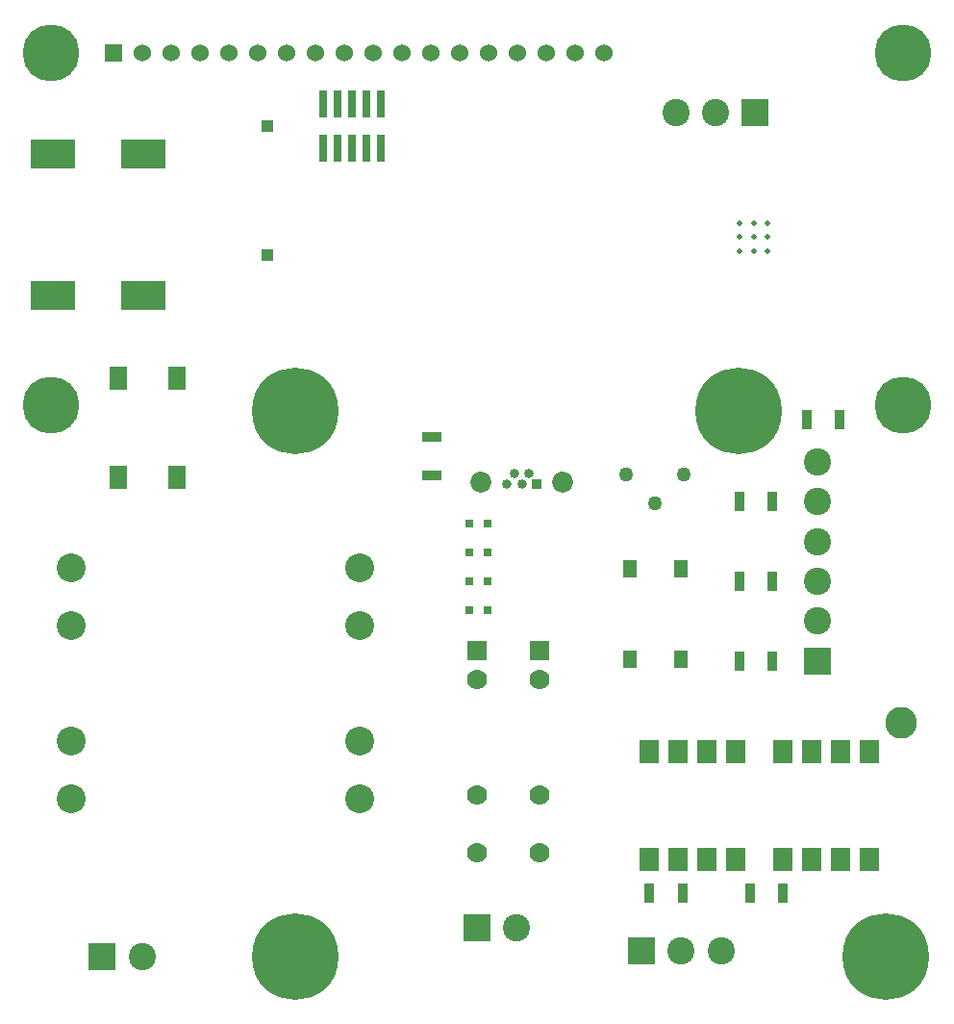
<source format=gts>
G04 #@! TF.GenerationSoftware,KiCad,Pcbnew,(5.0.0-rc2-dev-640-gbf135b0)*
G04 #@! TF.CreationDate,2018-05-13T18:52:19-05:00*
G04 #@! TF.ProjectId,WiFi-Septic-Controller,576946692D5365707469632D436F6E74,rev?*
G04 #@! TF.SameCoordinates,Original*
G04 #@! TF.FileFunction,Soldermask,Top*
G04 #@! TF.FilePolarity,Negative*
%FSLAX46Y46*%
G04 Gerber Fmt 4.6, Leading zero omitted, Abs format (unit mm)*
G04 Created by KiCad (PCBNEW (5.0.0-rc2-dev-640-gbf135b0)) date Sunday, May 13, 2018 at 06:52:19 PM*
%MOMM*%
%LPD*%
G01*
G04 APERTURE LIST*
%ADD10R,1.000000X1.000000*%
%ADD11R,1.524000X1.524000*%
%ADD12C,5.000000*%
%ADD13C,1.524000*%
%ADD14R,1.300000X1.550000*%
%ADD15C,1.260000*%
%ADD16C,7.620000*%
%ADD17C,0.500000*%
%ADD18R,4.000000X2.500000*%
%ADD19R,1.500000X2.000000*%
%ADD20C,1.850000*%
%ADD21C,0.840000*%
%ADD22R,0.840000X0.840000*%
%ADD23R,0.740000X2.400000*%
%ADD24R,1.700000X0.900000*%
%ADD25C,2.540000*%
%ADD26R,1.780000X2.000000*%
%ADD27R,2.400000X2.400000*%
%ADD28C,2.400000*%
%ADD29C,1.778000*%
%ADD30R,1.778000X1.778000*%
%ADD31R,0.800000X0.800000*%
%ADD32R,0.900000X1.700000*%
%ADD33C,2.800000*%
G04 APERTURE END LIST*
D10*
X51500000Y-50292000D03*
X51500000Y-39000000D03*
D11*
X38000000Y-32500000D03*
D12*
X32500000Y-32500000D03*
X107500000Y-32500000D03*
X32500000Y-63500000D03*
X107500000Y-63500000D03*
D13*
X40540000Y-32500000D03*
X43080000Y-32500000D03*
X45620000Y-32500000D03*
X48160000Y-32500000D03*
X50700000Y-32500000D03*
X53240000Y-32500000D03*
X55780000Y-32500000D03*
X58320000Y-32500000D03*
X60860000Y-32500000D03*
X63400000Y-32500000D03*
X65940000Y-32500000D03*
X68480000Y-32500000D03*
X71020000Y-32500000D03*
X73560000Y-32500000D03*
X76100000Y-32500000D03*
X78640000Y-32500000D03*
X81180000Y-32500000D03*
D14*
X83475000Y-85895000D03*
X87975000Y-85895000D03*
X87975000Y-77935000D03*
X83475000Y-77935000D03*
D15*
X88225000Y-69580000D03*
X85685000Y-72120000D03*
X83145000Y-69580000D03*
D16*
X93000000Y-64000000D03*
X54000000Y-64000000D03*
X106000000Y-112000000D03*
X54000000Y-112000000D03*
D17*
X94350000Y-48735000D03*
X94350000Y-49935000D03*
X94350000Y-47535000D03*
X95550000Y-49935000D03*
X95550000Y-48735000D03*
X95550000Y-47535000D03*
X93150000Y-49935000D03*
X93150000Y-48735000D03*
X93150000Y-47535000D03*
D18*
X32620357Y-53899169D03*
X40620357Y-53899169D03*
X40620357Y-41399169D03*
X32620357Y-41399169D03*
D19*
X43550000Y-69870000D03*
X38450000Y-69870000D03*
X38450000Y-61130000D03*
X43550000Y-61130000D03*
D20*
X70375000Y-70280000D03*
X77525000Y-70280000D03*
D21*
X72650000Y-70500000D03*
X73300000Y-69500000D03*
X73950000Y-70500000D03*
X74600000Y-69500000D03*
D22*
X75250000Y-70500000D03*
D23*
X56460000Y-40950000D03*
X56460000Y-37050000D03*
X57730000Y-40950000D03*
X57730000Y-37050000D03*
X59000000Y-40950000D03*
X59000000Y-37050000D03*
X60270000Y-40950000D03*
X60270000Y-37050000D03*
X61540000Y-40950000D03*
X61540000Y-37050000D03*
D24*
X66000000Y-69700000D03*
X66000000Y-66300000D03*
D25*
X59700000Y-98160000D03*
X59700000Y-93080000D03*
X59700000Y-82920000D03*
X59700000Y-77840000D03*
X34300000Y-98160000D03*
X34300000Y-93080000D03*
X34300000Y-82920000D03*
X34300000Y-77840000D03*
D26*
X96940000Y-103515000D03*
X104560000Y-93985000D03*
X99480000Y-103515000D03*
X102020000Y-93985000D03*
X102020000Y-103515000D03*
X99480000Y-93985000D03*
X104560000Y-103515000D03*
X96940000Y-93985000D03*
X85190000Y-93985000D03*
X92810000Y-103515000D03*
X87730000Y-93985000D03*
X90270000Y-103515000D03*
X90270000Y-93985000D03*
X87730000Y-103515000D03*
X92810000Y-93985000D03*
X85190000Y-103515000D03*
D27*
X84482800Y-111500000D03*
D28*
X91482800Y-111500000D03*
X87982800Y-111500000D03*
X100000000Y-68500000D03*
X100000000Y-72000000D03*
X100000000Y-75500000D03*
X100000000Y-79000000D03*
D27*
X100000000Y-86000000D03*
D28*
X100000000Y-82500000D03*
D29*
X70000000Y-102890000D03*
X70000000Y-97810000D03*
X70000000Y-87650000D03*
D30*
X70000000Y-85110000D03*
X75500000Y-85110000D03*
D29*
X75500000Y-87650000D03*
X75500000Y-97810000D03*
X75500000Y-102890000D03*
D27*
X70000000Y-109500000D03*
D28*
X73500000Y-109500000D03*
D31*
X70904000Y-76454000D03*
X69304000Y-76454000D03*
X69304000Y-73914000D03*
X70904000Y-73914000D03*
X69304000Y-81534000D03*
X70904000Y-81534000D03*
D27*
X94500000Y-37750000D03*
D28*
X87500000Y-37750000D03*
X91000000Y-37750000D03*
D32*
X99050000Y-64750000D03*
X101950000Y-64750000D03*
X88080000Y-106470000D03*
X85180000Y-106470000D03*
X96930000Y-106470000D03*
X94030000Y-106470000D03*
X96000000Y-86000000D03*
X93100000Y-86000000D03*
X93100000Y-79000000D03*
X96000000Y-79000000D03*
X93100000Y-72000000D03*
X96000000Y-72000000D03*
D27*
X37000000Y-112000000D03*
D28*
X40500000Y-112000000D03*
D31*
X69304000Y-78994000D03*
X70904000Y-78994000D03*
D33*
X107315000Y-91440000D03*
M02*

</source>
